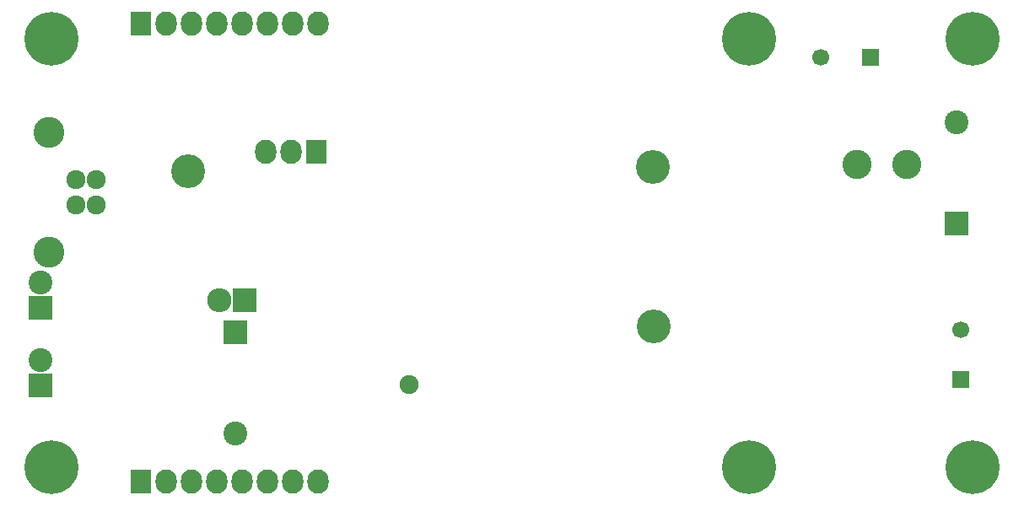
<source format=gbs>
G04 #@! TF.FileFunction,Soldermask,Bot*
%FSLAX46Y46*%
G04 Gerber Fmt 4.6, Leading zero omitted, Abs format (unit mm)*
G04 Created by KiCad (PCBNEW 4.0.0-stable) date 12/17/2015 2:41:47 PM*
%MOMM*%
G01*
G04 APERTURE LIST*
%ADD10C,0.100000*%
%ADD11C,5.400000*%
%ADD12R,1.700000X1.700000*%
%ADD13C,1.700000*%
%ADD14R,2.400000X2.400000*%
%ADD15C,2.400000*%
%ADD16C,2.398980*%
%ADD17R,2.398980X2.398980*%
%ADD18C,2.940000*%
%ADD19C,1.901140*%
%ADD20R,2.432000X2.432000*%
%ADD21O,2.432000X2.432000*%
%ADD22R,2.127200X2.432000*%
%ADD23O,2.127200X2.432000*%
%ADD24C,1.924000*%
%ADD25C,3.100020*%
%ADD26C,3.400000*%
G04 APERTURE END LIST*
D10*
D11*
X73500000Y-3500000D03*
X3500000Y-3500000D03*
X3500000Y-46500000D03*
X73500000Y-46500000D03*
X96000000Y-46500000D03*
X96000000Y-3500000D03*
D12*
X85700000Y-5400000D03*
D13*
X80700000Y-5400000D03*
D12*
X94800000Y-37700000D03*
D13*
X94800000Y-32700000D03*
D14*
X2400000Y-38300000D03*
D15*
X2400000Y-35760000D03*
D14*
X2400000Y-30500000D03*
D15*
X2400000Y-27960000D03*
D16*
X22002540Y-43160000D03*
D17*
X22002540Y-33000000D03*
D16*
X94397460Y-11940000D03*
D17*
X94397460Y-22100000D03*
D18*
X84400640Y-16100000D03*
X89399360Y-16100000D03*
D19*
X39400000Y-38200000D03*
D20*
X22900000Y-29800000D03*
D21*
X20360000Y-29800000D03*
D22*
X12500000Y-2000000D03*
D23*
X15040000Y-2000000D03*
X17580000Y-2000000D03*
X20120000Y-2000000D03*
X22660000Y-2000000D03*
X25200000Y-2000000D03*
X27740000Y-2000000D03*
X30280000Y-2000000D03*
D24*
X8000000Y-17660000D03*
X8000000Y-20200000D03*
X6001020Y-20200000D03*
X6001020Y-17660000D03*
D25*
X3301000Y-12930520D03*
X3301000Y-24929480D03*
D22*
X30100000Y-14900000D03*
D23*
X27560000Y-14900000D03*
X25020000Y-14900000D03*
D26*
X17200000Y-16800000D03*
X63900000Y-16400000D03*
X64000000Y-32400000D03*
D22*
X12500000Y-48000000D03*
D23*
X15040000Y-48000000D03*
X17580000Y-48000000D03*
X20120000Y-48000000D03*
X22660000Y-48000000D03*
X25200000Y-48000000D03*
X27740000Y-48000000D03*
X30280000Y-48000000D03*
M02*

</source>
